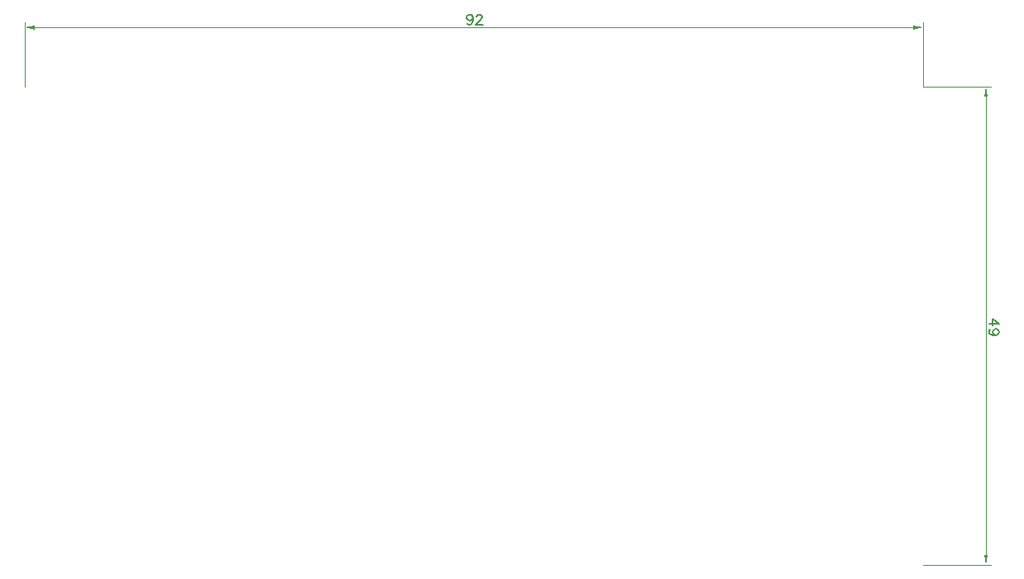
<source format=gbr>
G04 DipTrace 3.2.0.1*
G04 TopDimension.gbr*
%MOIN*%
G04 #@! TF.FileFunction,Drawing,Top*
G04 #@! TF.Part,Single*
%ADD13C,0.001378*%
%ADD134C,0.006176*%
%FSLAX26Y26*%
G04*
G70*
G90*
G75*
G01*
G04 TopDimension*
%LPD*%
X393701Y2322835D2*
D13*
Y2582677D1*
X4015748Y2322835D2*
Y2582677D1*
X2204724Y2562992D2*
X433071D1*
G36*
X393701D2*
X433071Y2570866D1*
Y2555118D1*
X393701Y2562992D1*
G37*
X2204724D2*
D13*
X3976378D1*
G36*
X4015748D2*
X3976378Y2555118D1*
Y2570866D1*
X4015748Y2562992D1*
G37*
Y2322835D2*
D13*
X4287402D1*
X4015748Y393701D2*
X4287402D1*
X4267717Y1358268D2*
Y2283465D1*
G36*
Y2322835D2*
X4275591Y2283465D1*
X4259843D1*
X4267717Y2322835D1*
G37*
Y1358268D2*
D13*
Y433071D1*
G36*
Y393701D2*
X4259843Y433071D1*
X4275591D1*
X4267717Y393701D1*
G37*
X2200686Y2601998D2*
D134*
X2198740Y2596250D1*
X2194938Y2592403D1*
X2189190Y2590501D1*
X2187289D1*
X2181541Y2592403D1*
X2177738Y2596250D1*
X2175793Y2601998D1*
Y2603899D1*
X2177738Y2609647D1*
X2181541Y2613449D1*
X2187289Y2615351D1*
X2189190D1*
X2194938Y2613449D1*
X2198740Y2609647D1*
X2200686Y2601998D1*
Y2592403D1*
X2198740Y2582852D1*
X2194938Y2577104D1*
X2189190Y2575203D1*
X2185387D1*
X2179639Y2577104D1*
X2177738Y2580951D1*
X2214983Y2605800D2*
Y2607701D1*
X2216884Y2611548D1*
X2218785Y2613449D1*
X2222632Y2615351D1*
X2230281D1*
X2234084Y2613449D1*
X2235985Y2611548D1*
X2237931Y2607701D1*
Y2603899D1*
X2235985Y2600052D1*
X2232183Y2594348D1*
X2213037Y2575203D1*
X2239832D1*
X4279927Y1369005D2*
X4320075D1*
X4293325Y1388150D1*
Y1359454D1*
X4306722Y1322209D2*
X4300974Y1324155D1*
X4297127Y1327958D1*
X4295226Y1333706D1*
Y1335607D1*
X4297127Y1341355D1*
X4300974Y1345157D1*
X4306722Y1347103D1*
X4308623D1*
X4314371Y1345157D1*
X4318174Y1341355D1*
X4320075Y1335607D1*
Y1333706D1*
X4318174Y1327958D1*
X4314371Y1324155D1*
X4306722Y1322209D1*
X4297127D1*
X4287577Y1324155D1*
X4281829Y1327958D1*
X4279927Y1333706D1*
Y1337508D1*
X4281829Y1343256D1*
X4285675Y1345157D1*
M02*

</source>
